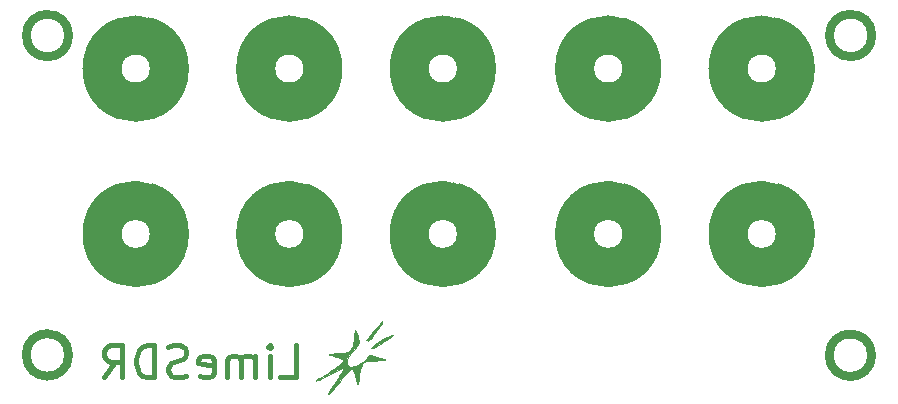
<source format=gbs>
G04 #@! TF.GenerationSoftware,KiCad,Pcbnew,(2017-06-07 revision 51bed4bae)-makepkg*
G04 #@! TF.CreationDate,2017-06-10T14:48:25+02:00*
G04 #@! TF.ProjectId,Front_Panel_76x35,46726F6E745F50616E656C5F37367833,rev?*
G04 #@! TF.FileFunction,Soldermask,Bot*
G04 #@! TF.FilePolarity,Negative*
%FSLAX46Y46*%
G04 Gerber Fmt 4.6, Leading zero omitted, Abs format (unit mm)*
G04 Created by KiCad (PCBNEW (2017-06-07 revision 51bed4bae)-makepkg) date 06/10/17 14:48:25*
%MOMM*%
%LPD*%
G01*
G04 APERTURE LIST*
%ADD10C,0.150000*%
%ADD11C,0.800000*%
%ADD12C,0.400000*%
%ADD13C,3.000000*%
%ADD14C,0.700000*%
%ADD15C,1.350000*%
%ADD16C,0.010000*%
G04 APERTURE END LIST*
D10*
D11*
X73780000Y-4020000D02*
G75*
G03X73780000Y-4020000I-1800000J0D01*
G01*
X73760000Y-31100000D02*
G75*
G03X73760000Y-31100000I-1800000J0D01*
G01*
X5770000Y-31070000D02*
G75*
G03X5770000Y-31070000I-1800000J0D01*
G01*
X5780000Y-4030000D02*
G75*
G03X5780000Y-4030000I-1800000J0D01*
G01*
D12*
X23700000Y-32951428D02*
X24985714Y-32951428D01*
X24985714Y-30251428D01*
X22800000Y-32951428D02*
X22800000Y-31151428D01*
X22800000Y-30251428D02*
X22928571Y-30380000D01*
X22800000Y-30508571D01*
X22671428Y-30380000D01*
X22800000Y-30251428D01*
X22800000Y-30508571D01*
X21514285Y-32951428D02*
X21514285Y-31151428D01*
X21514285Y-31408571D02*
X21385714Y-31280000D01*
X21128571Y-31151428D01*
X20742857Y-31151428D01*
X20485714Y-31280000D01*
X20357142Y-31537142D01*
X20357142Y-32951428D01*
X20357142Y-31537142D02*
X20228571Y-31280000D01*
X19971428Y-31151428D01*
X19585714Y-31151428D01*
X19328571Y-31280000D01*
X19200000Y-31537142D01*
X19200000Y-32951428D01*
X16885714Y-32822857D02*
X17142857Y-32951428D01*
X17657142Y-32951428D01*
X17914285Y-32822857D01*
X18042857Y-32565714D01*
X18042857Y-31537142D01*
X17914285Y-31280000D01*
X17657142Y-31151428D01*
X17142857Y-31151428D01*
X16885714Y-31280000D01*
X16757142Y-31537142D01*
X16757142Y-31794285D01*
X18042857Y-32051428D01*
X15728571Y-32822857D02*
X15342857Y-32951428D01*
X14700000Y-32951428D01*
X14442857Y-32822857D01*
X14314285Y-32694285D01*
X14185714Y-32437142D01*
X14185714Y-32180000D01*
X14314285Y-31922857D01*
X14442857Y-31794285D01*
X14700000Y-31665714D01*
X15214285Y-31537142D01*
X15471428Y-31408571D01*
X15600000Y-31280000D01*
X15728571Y-31022857D01*
X15728571Y-30765714D01*
X15600000Y-30508571D01*
X15471428Y-30380000D01*
X15214285Y-30251428D01*
X14571428Y-30251428D01*
X14185714Y-30380000D01*
X13028571Y-32951428D02*
X13028571Y-30251428D01*
X12385714Y-30251428D01*
X12000000Y-30380000D01*
X11742857Y-30637142D01*
X11614285Y-30894285D01*
X11485714Y-31408571D01*
X11485714Y-31794285D01*
X11614285Y-32308571D01*
X11742857Y-32565714D01*
X12000000Y-32822857D01*
X12385714Y-32951428D01*
X13028571Y-32951428D01*
X8785714Y-32951428D02*
X9685714Y-31665714D01*
X10328571Y-32951428D02*
X10328571Y-30251428D01*
X9300000Y-30251428D01*
X9042857Y-30380000D01*
X8914285Y-30508571D01*
X8785714Y-30765714D01*
X8785714Y-31151428D01*
X8914285Y-31408571D01*
X9042857Y-31537142D01*
X9300000Y-31665714D01*
X10328571Y-31665714D01*
D13*
X67110000Y-20830000D02*
G75*
G03X67110000Y-20830000I-2660000J0D01*
G01*
D14*
X67380000Y-18990000D02*
X67380000Y-22680000D01*
D15*
X68280000Y-20830000D02*
G75*
G03X68280000Y-20830000I-3830000J0D01*
G01*
D13*
X54110000Y-20830000D02*
G75*
G03X54110000Y-20830000I-2660000J0D01*
G01*
D14*
X54380000Y-18990000D02*
X54380000Y-22680000D01*
D15*
X55280000Y-20830000D02*
G75*
G03X55280000Y-20830000I-3830000J0D01*
G01*
D13*
X67110000Y-6830000D02*
G75*
G03X67110000Y-6830000I-2660000J0D01*
G01*
D14*
X67380000Y-4990000D02*
X67380000Y-8680000D01*
D15*
X68280000Y-6830000D02*
G75*
G03X68280000Y-6830000I-3830000J0D01*
G01*
D13*
X54110000Y-6830000D02*
G75*
G03X54110000Y-6830000I-2660000J0D01*
G01*
D14*
X54380000Y-4990000D02*
X54380000Y-8680000D01*
D15*
X55280000Y-6830000D02*
G75*
G03X55280000Y-6830000I-3830000J0D01*
G01*
D13*
X40110000Y-20830000D02*
G75*
G03X40110000Y-20830000I-2660000J0D01*
G01*
D14*
X40380000Y-18990000D02*
X40380000Y-22680000D01*
D15*
X41280000Y-20830000D02*
G75*
G03X41280000Y-20830000I-3830000J0D01*
G01*
D13*
X27110000Y-20830000D02*
G75*
G03X27110000Y-20830000I-2660000J0D01*
G01*
D14*
X27380000Y-18990000D02*
X27380000Y-22680000D01*
D15*
X28280000Y-20830000D02*
G75*
G03X28280000Y-20830000I-3830000J0D01*
G01*
D13*
X14110000Y-20830000D02*
G75*
G03X14110000Y-20830000I-2660000J0D01*
G01*
D14*
X14380000Y-18990000D02*
X14380000Y-22680000D01*
D15*
X15280000Y-20830000D02*
G75*
G03X15280000Y-20830000I-3830000J0D01*
G01*
D13*
X40110000Y-6830000D02*
G75*
G03X40110000Y-6830000I-2660000J0D01*
G01*
D14*
X40380000Y-4990000D02*
X40380000Y-8680000D01*
D15*
X41280000Y-6830000D02*
G75*
G03X41280000Y-6830000I-3830000J0D01*
G01*
D13*
X27110000Y-6830000D02*
G75*
G03X27110000Y-6830000I-2660000J0D01*
G01*
D14*
X27380000Y-4990000D02*
X27380000Y-8680000D01*
D15*
X28280000Y-6830000D02*
G75*
G03X28280000Y-6830000I-3830000J0D01*
G01*
D13*
X14110000Y-6830000D02*
G75*
G03X14110000Y-6830000I-2660000J0D01*
G01*
D14*
X14380000Y-4990000D02*
X14380000Y-8680000D01*
D15*
X15280000Y-6830000D02*
G75*
G03X15280000Y-6830000I-3830000J0D01*
G01*
D16*
G36*
X31145957Y-29851803D02*
X31182519Y-29840339D01*
X31223131Y-29813087D01*
X31273568Y-29763382D01*
X31339601Y-29684559D01*
X31427003Y-29569953D01*
X31541546Y-29412899D01*
X31689005Y-29206732D01*
X31783381Y-29074000D01*
X31931494Y-28864601D01*
X32064803Y-28674391D01*
X32177766Y-28511415D01*
X32264847Y-28383718D01*
X32320505Y-28299345D01*
X32339230Y-28266643D01*
X32323027Y-28238978D01*
X32267141Y-28269355D01*
X32170790Y-28358314D01*
X32101192Y-28431408D01*
X31926978Y-28620519D01*
X31787731Y-28774222D01*
X31668508Y-28909793D01*
X31554369Y-29044512D01*
X31430375Y-29195656D01*
X31295232Y-29363469D01*
X31178321Y-29512737D01*
X31081011Y-29643491D01*
X31011030Y-29744825D01*
X30976107Y-29805831D01*
X30973823Y-29817041D01*
X31014691Y-29842225D01*
X31097791Y-29854021D01*
X31107674Y-29854143D01*
X31145957Y-29851803D01*
X31145957Y-29851803D01*
G37*
X31145957Y-29851803D02*
X31182519Y-29840339D01*
X31223131Y-29813087D01*
X31273568Y-29763382D01*
X31339601Y-29684559D01*
X31427003Y-29569953D01*
X31541546Y-29412899D01*
X31689005Y-29206732D01*
X31783381Y-29074000D01*
X31931494Y-28864601D01*
X32064803Y-28674391D01*
X32177766Y-28511415D01*
X32264847Y-28383718D01*
X32320505Y-28299345D01*
X32339230Y-28266643D01*
X32323027Y-28238978D01*
X32267141Y-28269355D01*
X32170790Y-28358314D01*
X32101192Y-28431408D01*
X31926978Y-28620519D01*
X31787731Y-28774222D01*
X31668508Y-28909793D01*
X31554369Y-29044512D01*
X31430375Y-29195656D01*
X31295232Y-29363469D01*
X31178321Y-29512737D01*
X31081011Y-29643491D01*
X31011030Y-29744825D01*
X30976107Y-29805831D01*
X30973823Y-29817041D01*
X31014691Y-29842225D01*
X31097791Y-29854021D01*
X31107674Y-29854143D01*
X31145957Y-29851803D01*
G36*
X27785172Y-34389694D02*
X27857384Y-34322919D01*
X27965945Y-34202521D01*
X28026146Y-34131859D01*
X28129211Y-34009805D01*
X28217202Y-33906189D01*
X28277972Y-33835287D01*
X28296340Y-33814359D01*
X28330475Y-33774224D01*
X28402683Y-33687588D01*
X28505009Y-33564054D01*
X28629495Y-33413228D01*
X28766425Y-33246857D01*
X28922094Y-33059781D01*
X29080581Y-32873377D01*
X29229016Y-32702500D01*
X29354530Y-32562006D01*
X29426514Y-32484857D01*
X29534962Y-32373779D01*
X29607087Y-32307379D01*
X29656785Y-32277947D01*
X29697954Y-32277775D01*
X29744490Y-32299153D01*
X29752897Y-32303800D01*
X29850329Y-32381291D01*
X29927679Y-32499770D01*
X29990506Y-32670244D01*
X30037073Y-32866382D01*
X30084191Y-33100134D01*
X30120038Y-33272144D01*
X30147402Y-33391868D01*
X30169069Y-33468762D01*
X30187828Y-33512280D01*
X30206466Y-33531877D01*
X30227769Y-33537010D01*
X30234807Y-33537143D01*
X30263057Y-33525044D01*
X30285580Y-33481138D01*
X30305379Y-33394012D01*
X30325457Y-33252254D01*
X30337869Y-33145400D01*
X30356189Y-32967522D01*
X30370769Y-32801043D01*
X30379748Y-32668659D01*
X30381706Y-32610185D01*
X30399496Y-32451541D01*
X30446577Y-32259854D01*
X30514279Y-32063938D01*
X30593934Y-31892602D01*
X30601806Y-31878655D01*
X30651120Y-31774665D01*
X30661278Y-31709628D01*
X30633943Y-31691943D01*
X30572151Y-31728844D01*
X30533678Y-31756945D01*
X30473660Y-31792034D01*
X30381743Y-31839373D01*
X30247576Y-31904224D01*
X30060805Y-31991847D01*
X29989380Y-32025026D01*
X29905765Y-32047455D01*
X29783452Y-32062362D01*
X29705088Y-32065689D01*
X29581891Y-32061922D01*
X29503706Y-32041518D01*
X29443346Y-31995181D01*
X29418396Y-31967642D01*
X29351383Y-31862326D01*
X29309922Y-31747990D01*
X29309655Y-31746593D01*
X29316234Y-31608693D01*
X29378774Y-31426959D01*
X29496466Y-31202759D01*
X29668500Y-30937464D01*
X29894064Y-30632443D01*
X30170850Y-30290850D01*
X30282211Y-30149019D01*
X30347021Y-30044949D01*
X30361882Y-29984140D01*
X30361288Y-29982422D01*
X30342360Y-29915342D01*
X30318945Y-29807586D01*
X30307255Y-29745285D01*
X30289001Y-29649920D01*
X30266478Y-29551412D01*
X30235228Y-29432727D01*
X30190797Y-29276833D01*
X30137007Y-29094507D01*
X30095442Y-29005250D01*
X30046329Y-28971313D01*
X30001017Y-29000480D01*
X30000681Y-29001019D01*
X29989599Y-29049958D01*
X29975979Y-29157145D01*
X29961311Y-29308368D01*
X29947083Y-29489416D01*
X29942541Y-29556292D01*
X29917831Y-29854708D01*
X29885053Y-30092042D01*
X29841185Y-30279610D01*
X29783206Y-30428725D01*
X29708094Y-30550703D01*
X29662130Y-30606202D01*
X29580324Y-30691693D01*
X29500316Y-30759428D01*
X29412079Y-30812031D01*
X29305586Y-30852125D01*
X29170810Y-30882334D01*
X28997724Y-30905282D01*
X28776301Y-30923592D01*
X28496515Y-30939887D01*
X28360896Y-30946678D01*
X28172554Y-30957520D01*
X28008784Y-30970071D01*
X27883957Y-30982997D01*
X27812445Y-30994961D01*
X27802891Y-30998535D01*
X27775433Y-31040468D01*
X27804762Y-31080967D01*
X27876467Y-31104541D01*
X27902860Y-31106000D01*
X28034312Y-31119364D01*
X28201882Y-31155273D01*
X28386577Y-31207455D01*
X28569403Y-31269637D01*
X28731367Y-31335546D01*
X28853477Y-31398909D01*
X28903069Y-31436344D01*
X28967101Y-31506602D01*
X28984765Y-31557974D01*
X28963417Y-31620366D01*
X28953264Y-31640381D01*
X28875868Y-31744987D01*
X28737260Y-31876838D01*
X28536069Y-32037094D01*
X28270922Y-32226912D01*
X28204227Y-32272512D01*
X28031436Y-32387910D01*
X27830284Y-32519226D01*
X27616088Y-32656757D01*
X27404164Y-32790801D01*
X27209828Y-32911653D01*
X27048397Y-33009612D01*
X26953955Y-33064571D01*
X26817267Y-33143554D01*
X26733796Y-33198605D01*
X26691989Y-33238526D01*
X26680292Y-33272116D01*
X26680286Y-33273012D01*
X26709725Y-33271419D01*
X26798467Y-33237177D01*
X26947143Y-33169975D01*
X27156386Y-33069506D01*
X27426829Y-32935461D01*
X27759104Y-32767529D01*
X28153845Y-32565403D01*
X28578711Y-32345874D01*
X28738284Y-32266595D01*
X28847576Y-32221668D01*
X28917990Y-32207218D01*
X28957552Y-32217067D01*
X29013188Y-32265402D01*
X29028142Y-32289427D01*
X29023477Y-32314066D01*
X28999531Y-32365533D01*
X28953891Y-32447684D01*
X28884141Y-32564374D01*
X28787866Y-32719457D01*
X28662653Y-32916790D01*
X28506085Y-33160228D01*
X28315748Y-33453625D01*
X28089228Y-33800836D01*
X27908225Y-34077385D01*
X27829562Y-34200779D01*
X27769105Y-34301953D01*
X27736061Y-34365219D01*
X27732571Y-34376742D01*
X27745004Y-34406437D01*
X27785172Y-34389694D01*
X27785172Y-34389694D01*
G37*
X27785172Y-34389694D02*
X27857384Y-34322919D01*
X27965945Y-34202521D01*
X28026146Y-34131859D01*
X28129211Y-34009805D01*
X28217202Y-33906189D01*
X28277972Y-33835287D01*
X28296340Y-33814359D01*
X28330475Y-33774224D01*
X28402683Y-33687588D01*
X28505009Y-33564054D01*
X28629495Y-33413228D01*
X28766425Y-33246857D01*
X28922094Y-33059781D01*
X29080581Y-32873377D01*
X29229016Y-32702500D01*
X29354530Y-32562006D01*
X29426514Y-32484857D01*
X29534962Y-32373779D01*
X29607087Y-32307379D01*
X29656785Y-32277947D01*
X29697954Y-32277775D01*
X29744490Y-32299153D01*
X29752897Y-32303800D01*
X29850329Y-32381291D01*
X29927679Y-32499770D01*
X29990506Y-32670244D01*
X30037073Y-32866382D01*
X30084191Y-33100134D01*
X30120038Y-33272144D01*
X30147402Y-33391868D01*
X30169069Y-33468762D01*
X30187828Y-33512280D01*
X30206466Y-33531877D01*
X30227769Y-33537010D01*
X30234807Y-33537143D01*
X30263057Y-33525044D01*
X30285580Y-33481138D01*
X30305379Y-33394012D01*
X30325457Y-33252254D01*
X30337869Y-33145400D01*
X30356189Y-32967522D01*
X30370769Y-32801043D01*
X30379748Y-32668659D01*
X30381706Y-32610185D01*
X30399496Y-32451541D01*
X30446577Y-32259854D01*
X30514279Y-32063938D01*
X30593934Y-31892602D01*
X30601806Y-31878655D01*
X30651120Y-31774665D01*
X30661278Y-31709628D01*
X30633943Y-31691943D01*
X30572151Y-31728844D01*
X30533678Y-31756945D01*
X30473660Y-31792034D01*
X30381743Y-31839373D01*
X30247576Y-31904224D01*
X30060805Y-31991847D01*
X29989380Y-32025026D01*
X29905765Y-32047455D01*
X29783452Y-32062362D01*
X29705088Y-32065689D01*
X29581891Y-32061922D01*
X29503706Y-32041518D01*
X29443346Y-31995181D01*
X29418396Y-31967642D01*
X29351383Y-31862326D01*
X29309922Y-31747990D01*
X29309655Y-31746593D01*
X29316234Y-31608693D01*
X29378774Y-31426959D01*
X29496466Y-31202759D01*
X29668500Y-30937464D01*
X29894064Y-30632443D01*
X30170850Y-30290850D01*
X30282211Y-30149019D01*
X30347021Y-30044949D01*
X30361882Y-29984140D01*
X30361288Y-29982422D01*
X30342360Y-29915342D01*
X30318945Y-29807586D01*
X30307255Y-29745285D01*
X30289001Y-29649920D01*
X30266478Y-29551412D01*
X30235228Y-29432727D01*
X30190797Y-29276833D01*
X30137007Y-29094507D01*
X30095442Y-29005250D01*
X30046329Y-28971313D01*
X30001017Y-29000480D01*
X30000681Y-29001019D01*
X29989599Y-29049958D01*
X29975979Y-29157145D01*
X29961311Y-29308368D01*
X29947083Y-29489416D01*
X29942541Y-29556292D01*
X29917831Y-29854708D01*
X29885053Y-30092042D01*
X29841185Y-30279610D01*
X29783206Y-30428725D01*
X29708094Y-30550703D01*
X29662130Y-30606202D01*
X29580324Y-30691693D01*
X29500316Y-30759428D01*
X29412079Y-30812031D01*
X29305586Y-30852125D01*
X29170810Y-30882334D01*
X28997724Y-30905282D01*
X28776301Y-30923592D01*
X28496515Y-30939887D01*
X28360896Y-30946678D01*
X28172554Y-30957520D01*
X28008784Y-30970071D01*
X27883957Y-30982997D01*
X27812445Y-30994961D01*
X27802891Y-30998535D01*
X27775433Y-31040468D01*
X27804762Y-31080967D01*
X27876467Y-31104541D01*
X27902860Y-31106000D01*
X28034312Y-31119364D01*
X28201882Y-31155273D01*
X28386577Y-31207455D01*
X28569403Y-31269637D01*
X28731367Y-31335546D01*
X28853477Y-31398909D01*
X28903069Y-31436344D01*
X28967101Y-31506602D01*
X28984765Y-31557974D01*
X28963417Y-31620366D01*
X28953264Y-31640381D01*
X28875868Y-31744987D01*
X28737260Y-31876838D01*
X28536069Y-32037094D01*
X28270922Y-32226912D01*
X28204227Y-32272512D01*
X28031436Y-32387910D01*
X27830284Y-32519226D01*
X27616088Y-32656757D01*
X27404164Y-32790801D01*
X27209828Y-32911653D01*
X27048397Y-33009612D01*
X26953955Y-33064571D01*
X26817267Y-33143554D01*
X26733796Y-33198605D01*
X26691989Y-33238526D01*
X26680292Y-33272116D01*
X26680286Y-33273012D01*
X26709725Y-33271419D01*
X26798467Y-33237177D01*
X26947143Y-33169975D01*
X27156386Y-33069506D01*
X27426829Y-32935461D01*
X27759104Y-32767529D01*
X28153845Y-32565403D01*
X28578711Y-32345874D01*
X28738284Y-32266595D01*
X28847576Y-32221668D01*
X28917990Y-32207218D01*
X28957552Y-32217067D01*
X29013188Y-32265402D01*
X29028142Y-32289427D01*
X29023477Y-32314066D01*
X28999531Y-32365533D01*
X28953891Y-32447684D01*
X28884141Y-32564374D01*
X28787866Y-32719457D01*
X28662653Y-32916790D01*
X28506085Y-33160228D01*
X28315748Y-33453625D01*
X28089228Y-33800836D01*
X27908225Y-34077385D01*
X27829562Y-34200779D01*
X27769105Y-34301953D01*
X27736061Y-34365219D01*
X27732571Y-34376742D01*
X27745004Y-34406437D01*
X27785172Y-34389694D01*
G36*
X31450785Y-30516541D02*
X31558718Y-30472415D01*
X31723376Y-30388605D01*
X31751346Y-30373570D01*
X31919914Y-30278669D01*
X32108867Y-30165924D01*
X32308649Y-30041740D01*
X32509702Y-29912520D01*
X32702469Y-29784669D01*
X32877394Y-29664591D01*
X33024919Y-29558692D01*
X33135487Y-29473376D01*
X33199542Y-29415048D01*
X33211714Y-29394912D01*
X33201720Y-29373335D01*
X33166309Y-29372355D01*
X33097338Y-29395089D01*
X32986665Y-29444652D01*
X32826148Y-29524162D01*
X32685571Y-29596303D01*
X32363983Y-29765298D01*
X32101631Y-29909547D01*
X31891407Y-30033703D01*
X31726198Y-30142421D01*
X31598894Y-30240356D01*
X31502384Y-30332164D01*
X31434777Y-30415079D01*
X31392069Y-30487446D01*
X31396320Y-30521409D01*
X31450785Y-30516541D01*
X31450785Y-30516541D01*
G37*
X31450785Y-30516541D02*
X31558718Y-30472415D01*
X31723376Y-30388605D01*
X31751346Y-30373570D01*
X31919914Y-30278669D01*
X32108867Y-30165924D01*
X32308649Y-30041740D01*
X32509702Y-29912520D01*
X32702469Y-29784669D01*
X32877394Y-29664591D01*
X33024919Y-29558692D01*
X33135487Y-29473376D01*
X33199542Y-29415048D01*
X33211714Y-29394912D01*
X33201720Y-29373335D01*
X33166309Y-29372355D01*
X33097338Y-29395089D01*
X32986665Y-29444652D01*
X32826148Y-29524162D01*
X32685571Y-29596303D01*
X32363983Y-29765298D01*
X32101631Y-29909547D01*
X31891407Y-30033703D01*
X31726198Y-30142421D01*
X31598894Y-30240356D01*
X31502384Y-30332164D01*
X31434777Y-30415079D01*
X31392069Y-30487446D01*
X31396320Y-30521409D01*
X31450785Y-30516541D01*
G36*
X30840127Y-31636382D02*
X30912546Y-31625702D01*
X31041529Y-31612481D01*
X31211176Y-31598132D01*
X31405588Y-31584070D01*
X31488143Y-31578753D01*
X31818250Y-31557392D01*
X32081246Y-31538267D01*
X32282535Y-31520816D01*
X32427524Y-31504481D01*
X32521618Y-31488699D01*
X32570223Y-31472909D01*
X32578722Y-31465609D01*
X32562294Y-31436998D01*
X32496555Y-31411996D01*
X32386683Y-31384462D01*
X32243800Y-31344739D01*
X32087226Y-31298690D01*
X31936277Y-31252173D01*
X31810272Y-31211050D01*
X31728528Y-31181181D01*
X31714450Y-31174735D01*
X31644770Y-31152858D01*
X31530855Y-31131156D01*
X31431409Y-31118176D01*
X31212347Y-31095280D01*
X31018377Y-31295543D01*
X30917921Y-31403983D01*
X30833926Y-31503156D01*
X30783106Y-31573221D01*
X30780402Y-31578030D01*
X30755092Y-31634533D01*
X30775600Y-31648591D01*
X30840127Y-31636382D01*
X30840127Y-31636382D01*
G37*
X30840127Y-31636382D02*
X30912546Y-31625702D01*
X31041529Y-31612481D01*
X31211176Y-31598132D01*
X31405588Y-31584070D01*
X31488143Y-31578753D01*
X31818250Y-31557392D01*
X32081246Y-31538267D01*
X32282535Y-31520816D01*
X32427524Y-31504481D01*
X32521618Y-31488699D01*
X32570223Y-31472909D01*
X32578722Y-31465609D01*
X32562294Y-31436998D01*
X32496555Y-31411996D01*
X32386683Y-31384462D01*
X32243800Y-31344739D01*
X32087226Y-31298690D01*
X31936277Y-31252173D01*
X31810272Y-31211050D01*
X31728528Y-31181181D01*
X31714450Y-31174735D01*
X31644770Y-31152858D01*
X31530855Y-31131156D01*
X31431409Y-31118176D01*
X31212347Y-31095280D01*
X31018377Y-31295543D01*
X30917921Y-31403983D01*
X30833926Y-31503156D01*
X30783106Y-31573221D01*
X30780402Y-31578030D01*
X30755092Y-31634533D01*
X30775600Y-31648591D01*
X30840127Y-31636382D01*
M02*

</source>
